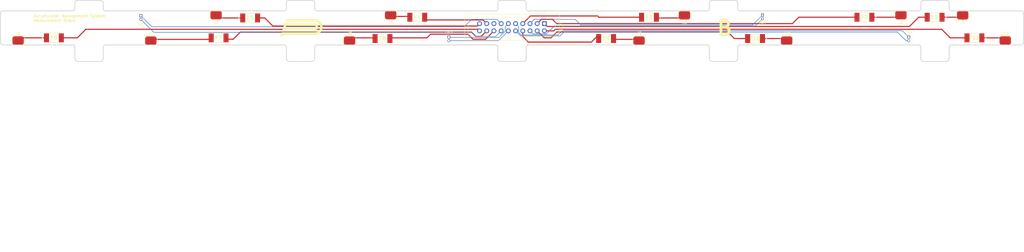
<source format=kicad_pcb>
(kicad_pcb (version 20221018) (generator pcbnew)
  (title_block (title "Accumulator Management System Measurement Board") (date "2023-08-12") (rev "${REVISION}") (company "Author: Bartłomiej Dymaczewski") (comment 1 "Reviewer:"))
  (layers (0 "F.Cu" signal) (31 "B.Cu" signal) (34 "B.Paste" user) (35 "F.Paste" user) (36 "B.SilkS" user "B.Silkscreen") (37 "F.SilkS" user "F.Silkscreen") (38 "B.Mask" user) (39 "F.Mask" user) (44 "Edge.Cuts" user))
  (property "REVISION" "1.0")
  (net 0 "")
  (net 1 "/C1-")
  (net 2 "/C1+")
  (net 3 "/C2+")
  (net 4 "/C3+")
  (net 5 "/C4+")
  (net 6 "/C5+")
  (net 7 "/C6+")
  (net 8 "/C7+")
  (net 9 "/C8+")
  (net 10 "/C9+")
  (net 11 "/C10+")
  (net 12 "/TH1+")
  (net 13 "/TH1-")
  (net 14 "/TH2+")
  (net 15 "/TH2-")
  (net 16 "/TH3+")
  (net 17 "/TH3-")
  (net 18 "/TH4+")
  (net 19 "/TH4-")
  (net 21 "Net-(J1-Pin_1)")
  (net 22 "Net-(J2-Pin_1)")
  (net 23 "Net-(J3-Pin_1)")
  (net 24 "Net-(J4-Pin_1)")
  (net 25 "Net-(J5-Pin_1)")
  (net 26 "Net-(J6-Pin_1)")
  (net 27 "Net-(J7-Pin_1)")
  (net 28 "Net-(J8-Pin_1)")
  (net 29 "Net-(J9-Pin_1)")
  (net 30 "Net-(J10-Pin_1)")
  (net 31 "Net-(J11-Pin_1)")
  (footprint "Cell Pad:CELL_PAD" (layer "F.Cu") (at 384 158.46 180)
    (fp_text reference "J11" (at 0 2.54) (layer "F.SilkS"))
    (fp_text value "CELL_PAD")
    (pad "1" smd roundrect (at 0 0 180) (size 4 3) (layers "F.Cu" "F.Paste" "F.Mask") (net 31 "Net-(J11-Pin_1)"))
  )
  (footprint "Connector_PinHeader_1.27mm:PinHeader_1x02_P1.27mm_Vertical" (layer "F.Cu") (at 79.5 149.73)
    (fp_text reference "TH2" (at 0 3.27) (layer "F.SilkS"))
    (fp_text value "B57861S0103F040")
    (pad "1" thru_hole rect (at 0 0) (size 1 1) (drill 0.65) (layers "*.Cu" "*.Mask") (net 14 "/TH2+"))
    (pad "2" thru_hole oval (at 0 1.27) (size 1 1) (drill 0.65) (layers "*.Cu" "*.Mask") (net 15 "/TH2-"))
  )
  (footprint "Connector_PinHeader_1.27mm:PinHeader_1x02_P1.27mm_Vertical" (layer "F.Cu") (at 350 157.23)
    (fp_text reference "TH4" (at 0 -1.695) (layer "F.SilkS"))
    (fp_text value "B57861S0103F040")
    (pad "1" thru_hole rect (at 0 0) (size 1 1) (drill 0.65) (layers "*.Cu" "*.Mask") (net 18 "/TH4+"))
    (pad "2" thru_hole oval (at 0 1.27) (size 1 1) (drill 0.65) (layers "*.Cu" "*.Mask") (net 19 "/TH4-"))
  )
  (footprint "Fuse:1812L010DR" (layer "F.Cu") (at 48.865 157.5)
    (fp_text reference "F6" (at 0 0) (layer "F.SilkS") (effects (font (size 1.27 1.27) (thickness 0.254))))
    (fp_text value "1812L010DR" hide)
    (pad "1" smd rect (at -2.615 0) (size 1.78 3.15) (layers "F.Cu" "F.Paste" "F.Mask") (net 26 "Net-(J6-Pin_1)"))
    (pad "2" smd rect (at 2.615 0) (size 1.78 3.15) (layers "F.Cu" "F.Paste" "F.Mask") (net 6 "/C5+"))
  )
  (footprint "Fuse:1812L010DR" (layer "F.Cu") (at 373.135 157.5 180)
    (fp_text reference "F11" (at 0 0 180) (layer "F.SilkS") (effects (font (size 1.27 1.27) (thickness 0.254))))
    (fp_text value "1812L010DR" hide)
    (pad "1" smd rect (at -2.615 0 180) (size 1.78 3.15) (layers "F.Cu" "F.Paste" "F.Mask") (net 31 "Net-(J11-Pin_1)"))
    (pad "2" smd rect (at 2.615 0 180) (size 1.78 3.15) (layers "F.Cu" "F.Paste" "F.Mask") (net 11 "/C10+"))
  )
  (footprint "Cell Pad:CELL_PAD" (layer "F.Cu") (at 307 158.5 180)
    (fp_text reference "J10" (at 0 2.54) (layer "F.SilkS"))
    (fp_text value "CELL_PAD")
    (pad "1" smd roundrect (at 0 0 180) (size 4 3) (layers "F.Cu" "F.Paste" "F.Mask") (net 30 "Net-(J10-Pin_1)"))
  )
  (footprint "Fuse:1812L010DR" (layer "F.Cu") (at 243.385 157.75 180)
    (fp_text reference "F9" (at 0 0 180) (layer "F.SilkS") (effects (font (size 1.27 1.27) (thickness 0.254))))
    (fp_text value "1812L010DR" hide)
    (pad "1" smd rect (at -2.615 0 180) (size 1.78 3.15) (layers "F.Cu" "F.Paste" "F.Mask") (net 29 "Net-(J9-Pin_1)"))
    (pad "2" smd rect (at 2.615 0 180) (size 1.78 3.15) (layers "F.Cu" "F.Paste" "F.Mask") (net 9 "/C8+"))
  )
  (footprint "Cell Pad:CELL_PAD" (layer "F.Cu") (at 167.5 149.5)
    (fp_text reference "J4" (at 0 2.54) (layer "F.SilkS"))
    (fp_text value "CELL_PAD")
    (pad "1" smd roundrect (at 0 0) (size 4 3) (layers "F.Cu" "F.Paste" "F.Mask") (net 24 "Net-(J4-Pin_1)"))
  )
  (footprint "Cell Pad:CELL_PAD" (layer "F.Cu") (at 36.25 158.46 180)
    (fp_text reference "J6" (at 0 2.54) (layer "F.SilkS"))
    (fp_text value "CELL_PAD")
    (pad "1" smd roundrect (at 0 0 180) (size 4 3) (layers "F.Cu" "F.Paste" "F.Mask") (net 26 "Net-(J6-Pin_1)"))
  )
  (footprint "Fuse:1812L010DR" (layer "F.Cu") (at 258.5 150.25 180)
    (fp_text reference "F3" (at 0 0 180) (layer "F.SilkS") (effects (font (size 1.27 1.27) (thickness 0.254))))
    (fp_text value "1812L010DR" hide)
    (pad "1" smd rect (at -2.615 0 180) (size 1.78 3.15) (layers "F.Cu" "F.Paste" "F.Mask") (net 23 "Net-(J3-Pin_1)"))
    (pad "2" smd rect (at 2.615 0 180) (size 1.78 3.15) (layers "F.Cu" "F.Paste" "F.Mask") (net 3 "/C2+"))
  )
  (footprint "Fuse:1812L010DR" (layer "F.Cu") (at 334.385 150.25 180)
    (fp_text reference "F2" (at 0 0 180) (layer "F.SilkS") (effects (font (size 1.27 1.27) (thickness 0.254))))
    (fp_text value "1812L010DR" hide)
    (pad "1" smd rect (at -2.615 0 180) (size 1.78 3.15) (layers "F.Cu" "F.Paste" "F.Mask") (net 22 "Net-(J2-Pin_1)"))
    (pad "2" smd rect (at 2.615 0 180) (size 1.78 3.15) (layers "F.Cu" "F.Paste" "F.Mask") (net 2 "/C1+"))
  )
  (footprint "Cell Pad:CELL_PAD" (layer "F.Cu") (at 106 149.5)
    (fp_text reference "J5" (at 0 2.54) (layer "F.SilkS"))
    (fp_text value "CELL_PAD")
    (pad "1" smd roundrect (at 0 0) (size 4 3) (layers "F.Cu" "F.Paste" "F.Mask") (net 25 "Net-(J5-Pin_1)"))
  )
  (footprint "Fuse:1812L010DR" (layer "F.Cu") (at 359.115 150.25 180)
    (fp_text reference "F1" (at 0 0 180) (layer "F.SilkS") (effects (font (size 1.27 1.27) (thickness 0.254))))
    (fp_text value "1812L010DR" hide)
    (pad "1" smd rect (at -2.615 0 180) (size 1.78 3.15) (layers "F.Cu" "F.Paste" "F.Mask") (net 21 "Net-(J1-Pin_1)"))
    (pad "2" smd rect (at 2.615 0 180) (size 1.78 3.15) (layers "F.Cu" "F.Paste" "F.Mask") (net 1 "/C1-"))
  )
  (footprint "Cell Pad:CELL_PAD" (layer "F.Cu") (at 369 149.54)
    (fp_text reference "J1" (at 0 2.54) (layer "F.SilkS"))
    (fp_text value "CELL_PAD")
    (pad "1" smd roundrect (at 0 0) (size 4 3) (layers "F.Cu" "F.Paste" "F.Mask") (net 21 "Net-(J1-Pin_1)"))
  )
  (footprint "Fuse:1812L010DR" (layer "F.Cu") (at 164.615 157.75)
    (fp_text reference "F8" (at 0 0) (layer "F.SilkS") (effects (font (size 1.27 1.27) (thickness 0.254))))
    (fp_text value "1812L010DR" hide)
    (pad "1" smd rect (at -2.615 0) (size 1.78 3.15) (layers "F.Cu" "F.Paste" "F.Mask") (net 28 "Net-(J8-Pin_1)"))
    (pad "2" smd rect (at 2.615 0) (size 1.78 3.15) (layers "F.Cu" "F.Paste" "F.Mask") (net 8 "/C7+"))
  )
  (footprint "Cell Pad:CELL_PAD" (layer "F.Cu") (at 153 158.5 180)
    (fp_text reference "J8" (at 0 2.54) (layer "F.SilkS"))
    (fp_text value "CELL_PAD")
    (pad "1" smd roundrect (at 0 0 180) (size 4 3) (layers "F.Cu" "F.Paste" "F.Mask") (net 28 "Net-(J8-Pin_1)"))
  )
  (footprint "Fuse:1812L010DR" (layer "F.Cu") (at 106.885 157.5)
    (fp_text reference "F7" (at 0 0) (layer "F.SilkS") (effects (font (size 1.27 1.27) (thickness 0.254))))
    (fp_text value "1812L010DR" hide)
    (pad "1" smd rect (at -2.615 0) (size 1.78 3.15) (layers "F.Cu" "F.Paste" "F.Mask") (net 27 "Net-(J7-Pin_1)"))
    (pad "2" smd rect (at 2.615 0) (size 1.78 3.15) (layers "F.Cu" "F.Paste" "F.Mask") (net 7 "/C6+"))
  )
  (footprint "Symbol:putm_15mm" (layer "F.Cu") (at 136 154)
    (fp_text reference "G***" hide)
    (fp_text value "LOGO" hide)
  )
  (footprint "Cell Pad:CELL_PAD" (layer "F.Cu") (at 347.25 149.5)
    (fp_text reference "J2" (at 0 2.54) (layer "F.SilkS"))
    (fp_text value "CELL_PAD")
    (pad "1" smd roundrect (at 0 0) (size 4 3) (layers "F.Cu" "F.Paste" "F.Mask") (net 22 "Net-(J2-Pin_1)"))
  )
  (footprint "Fuse:1812L010DR" (layer "F.Cu") (at 295.865 157.75 180)
    (fp_text reference "F10" (at 0 0 180) (layer "F.SilkS") (effects (font (size 1.27 1.27) (thickness 0.254))))
    (fp_text value "1812L010DR" hide)
    (pad "1" smd rect (at -2.615 0 180) (size 1.78 3.15) (layers "F.Cu" "F.Paste" "F.Mask") (net 30 "Net-(J10-Pin_1)"))
    (pad "2" smd rect (at 2.615 0 180) (size 1.78 3.15) (layers "F.Cu" "F.Paste" "F.Mask") (net 10 "/C9+"))
  )
  (footprint "Fuse:1812L010DR" (layer "F.Cu") (at 176.865 150.25)
    (fp_text reference "F4" (at 0 0) (layer "F.SilkS") (effects (font (size 1.27 1.27) (thickness 0.254))))
    (fp_text value "1812L010DR" hide)
    (pad "1" smd rect (at -2.615 0) (size 1.78 3.15) (layers "F.Cu" "F.Paste" "F.Mask") (net 24 "Net-(J4-Pin_1)"))
    (pad "2" smd rect (at 2.615 0) (size 1.78 3.15) (layers "F.Cu" "F.Paste" "F.Mask") (net 4 "/C3+"))
  )
  (footprint "Connector_PinHeader_1.27mm:PinHeader_1x02_P1.27mm_Vertical" (layer "F.Cu") (at 188 157.23)
    (fp_text reference "TH3" (at 0 -1.695) (layer "F.SilkS"))
    (fp_text value "B57861S0103F040")
    (pad "1" thru_hole rect (at 0 0) (size 1 1) (drill 0.65) (layers "*.Cu" "*.Mask") (net 16 "/TH3+"))
    (pad "2" thru_hole oval (at 0 1.27) (size 1 1) (drill 0.65) (layers "*.Cu" "*.Mask") (net 17 "/TH3-"))
  )
  (footprint "Connector_IDC:IDC-Header_2x10_P2.54mm_Vertical" (layer "F.Cu") (at 221.66 152.5 -90)
    (fp_text reference "J12" (at 1.27 -6.1 90) (layer "F.SilkS"))
    (fp_text value "Conn_02x10_Odd_Even")
    (pad "1" thru_hole roundrect (at 0 0 270) (size 1.7 1.7) (drill 1) (layers "*.Cu" "*.Mask") (roundrect_rratio 0.147059) (net 1 "/C1-"))
    (pad "2" thru_hole circle (at 2.54 0 270) (size 1.7 1.7) (drill 1) (layers "*.Cu" "*.Mask") (net 11 "/C10+"))
    (pad "3" thru_hole circle (at 0 2.54 270) (size 1.7 1.7) (drill 1) (layers "*.Cu" "*.Mask") (net 2 "/C1+"))
    (pad "4" thru_hole circle (at 2.54 2.54 270) (size 1.7 1.7) (drill 1) (layers "*.Cu" "*.Mask") (net 10 "/C9+"))
    (pad "5" thru_hole circle (at 0 5.08 270) (size 1.7 1.7) (drill 1) (layers "*.Cu" "*.Mask") (net 12 "/TH1+"))
    (pad "6" thru_hole circle (at 2.54 5.08 270) (size 1.7 1.7) (drill 1) (layers "*.Cu" "*.Mask") (net 13 "/TH1-"))
    (pad "7" thru_hole circle (at 0 7.62 270) (size 1.7 1.7) (drill 1) (layers "*.Cu" "*.Mask") (net 3 "/C2+"))
    (pad "8" thru_hole circle (at 2.54 7.62 270) (size 1.7 1.7) (drill 1) (layers "*.Cu" "*.Mask") (net 9 "/C8+"))
    (pad "9" thru_hole circle (at 0 10.16 270) (size 1.7 1.7) (drill 1) (layers "*.Cu" "*.Mask") (net 18 "/TH4+"))
    (pad "10" thru_hole circle (at 2.54 10.16 270) (size 1.7 1.7) (drill 1) (layers "*.Cu" "*.Mask") (net 19 "/TH4-"))
    (pad "11" thru_hole circle (at 0 12.7 270) (size 1.7 1.7) (drill 1) (layers "*.Cu" "*.Mask") (net 16 "/TH3+"))
    (pad "12" thru_hole circle (at 2.54 12.7 270) (size 1.7 1.7) (drill 1) (layers "*.Cu" "*.Mask") (net 17 "/TH3-"))
    (pad "13" thru_hole circle (at 0 15.24 270) (size 1.7 1.7) (drill 1) (layers "*.Cu" "*.Mask") (net 14 "/TH2+"))
    (pad "14" thru_hole circle (at 2.54 15.24 270) (size 1.7 1.7) (drill 1) (layers "*.Cu" "*.Mask") (net 15 "/TH2-"))
    (pad "15" thru_hole circle (at 0 17.78 270) (size 1.7 1.7) (drill 1) (layers "*.Cu" "*.Mask"))
    (pad "16" thru_hole circle (at 2.54 17.78 270) (size 1.7 1.7) (drill 1) (layers "*.Cu" "*.Mask") (net 8 "/C7+"))
    (pad "17" thru_hole circle (at 0 20.32 270) (size 1.7 1.7) (drill 1) (layers "*.Cu" "*.Mask") (net 4 "/C3+"))
    (pad "18" thru_hole circle (at 2.54 20.32 270) (size 1.7 1.7) (drill 1) (layers "*.Cu" "*.Mask") (net 7 "/C6+"))
    (pad "19" thru_hole circle (at 0 22.86 270) (size 1.7 1.7) (drill 1) (layers "*.Cu" "*.Mask") (net 5 "/C4+"))
    (pad "20" thru_hole circle (at 2.54 22.86 270) (size 1.7 1.7) (drill 1) (layers "*.Cu" "*.Mask") (net 6 "/C5+"))
  )
  (footprint "Cell Pad:CELL_PAD" (layer "F.Cu") (at 83 158.5 180)
    (fp_text reference "J7" (at 0 2.54) (layer "F.SilkS"))
    (fp_text value "CELL_PAD")
    (pad "1" smd roundrect (at 0 0 180) (size 4 3) (layers "F.Cu" "F.Paste" "F.Mask") (net 27 "Net-(J7-Pin_1)"))
  )
  (footprint "Connector_PinHeader_1.27mm:PinHeader_1x02_P1.27mm_Vertical" (layer "F.Cu") (at 298.5 149.5)
    (fp_text reference "TH1" (at 0 3) (layer "F.SilkS"))
    (fp_text value "B57861S0103F040")
    (pad "1" thru_hole rect (at 0 0) (size 1 1) (drill 0.65) (layers "*.Cu" "*.Mask") (net 12 "/TH1+"))
    (pad "2" thru_hole oval (at 0 1.27) (size 1 1) (drill 0.65) (layers "*.Cu" "*.Mask") (net 13 "/TH1-"))
  )
  (footprint "Cell Pad:CELL_PAD" (layer "F.Cu") (at 271 149.54)
    (fp_text reference "J3" (at 0 2.54) (layer "F.SilkS"))
    (fp_text value "CELL_PAD")
    (pad "1" smd roundrect (at 0 0) (size 4 3) (layers "F.Cu" "F.Paste" "F.Mask") (net 23 "Net-(J3-Pin_1)"))
  )
  (footprint "Fuse:1812L010DR" (layer "F.Cu") (at 118 150.5)
    (fp_text reference "F5" (at 0 0) (layer "F.SilkS") (effects (font (size 1.27 1.27) (thickness 0.254))))
    (fp_text value "1812L010DR" hide)
    (pad "1" smd rect (at -2.615 0) (size 1.78 3.15) (layers "F.Cu" "F.Paste" "F.Mask") (net 25 "Net-(J5-Pin_1)"))
    (pad "2" smd rect (at 2.615 0) (size 1.78 3.15) (layers "F.Cu" "F.Paste" "F.Mask") (net 5 "/C4+"))
  )
  (footprint "Cell Pad:CELL_PAD" (layer "F.Cu") (at 255 158.5 180)
    (fp_text reference "J9" (at 0 2.54) (layer "F.SilkS"))
    (fp_text value "CELL_PAD")
    (pad "1" smd roundrect (at 0 0 180) (size 4 3) (layers "F.Cu" "F.Paste" "F.Mask") (net 29 "Net-(J9-Pin_1)"))
  )
  (gr_line (start 31 148) (end 55.5 148) (stroke (width 0.25)) (layer "Edge.Cuts"))
  (gr_line (start 214.25 165.8) (end 206.25 165.8) (stroke (width 0.25)) (layer "Edge.Cuts"))
  (gr_line (start 130.75 147.25) (end 130.75 145.3) (stroke (width 0.25)) (layer "Edge.Cuts"))
  (gr_arc (start 279.75 147.25) (mid 279.53033 147.78033) (end 279 148) (stroke (width 0.25)) (layer "Edge.Cuts"))
  (gr_arc (start 131.75 165.8) (mid 131.042893 165.507107) (end 130.75 164.8) (stroke (width 0.25)) (layer "Edge.Cuts"))
  (gr_line (start 204.5 160) (end 141.5 160) (stroke (width 0.25)) (layer "Edge.Cuts"))
  (gr_line (start 289.75 145.3) (end 289.75 147.25) (stroke (width 0.25)) (layer "Edge.Cuts"))
  (gr_arc (start 216 148) (mid 215.46967 147.78033) (end 215.25 147.25) (stroke (width 0.25)) (layer "Edge.Cuts"))
  (gr_arc (start 56.25 147.25) (mid 56.03033 147.78033) (end 55.5 148) (stroke (width 0.25)) (layer "Edge.Cuts"))
  (gr_arc (start 130.75 147.25) (mid 130.53033 147.78033) (end 130 148) (stroke (width 0.25)) (layer "Edge.Cuts"))
  (gr_arc (start 289.75 164.8) (mid 289.457107 165.507107) (end 288.75 165.8) (stroke (width 0.25)) (layer "Edge.Cuts"))
  (gr_line (start 130.75 164.8) (end 130.75 160.75) (stroke (width 0.25)) (layer "Edge.Cuts"))
  (gr_arc (start 354.25 145.3) (mid 354.542893 144.592893) (end 355.25 144.3) (stroke (width 0.25)) (layer "Edge.Cuts"))
  (gr_arc (start 56.25 145.3) (mid 56.542893 144.592893) (end 57.25 144.3) (stroke (width 0.25)) (layer "Edge.Cuts"))
  (gr_arc (start 214.25 144.3) (mid 214.957107 144.592893) (end 215.25 145.3) (stroke (width 0.25)) (layer "Edge.Cuts"))
  (gr_line (start 353.5 160) (end 290.5 160) (stroke (width 0.25)) (layer "Edge.Cuts"))
  (gr_line (start 216 148) (end 279 148) (stroke (width 0.25)) (layer "Edge.Cuts"))
  (gr_arc (start 31 160) (mid 30.292893 159.707107) (end 30 159) (stroke (width 0.25)) (layer "Edge.Cuts"))
  (gr_arc (start 389.5 148) (mid 390.207107 148.292893) (end 390.5 149) (stroke (width 0.25)) (layer "Edge.Cuts"))
  (gr_arc (start 280.75 165.8) (mid 280.042893 165.507107) (end 279.75 164.8) (stroke (width 0.25)) (layer "Edge.Cuts"))
  (gr_line (start 66.25 160.75) (end 66.25 164.8) (stroke (width 0.25)) (layer "Edge.Cuts"))
  (gr_arc (start 290.5 148) (mid 289.96967 147.78033) (end 289.75 147.25) (stroke (width 0.25)) (layer "Edge.Cuts"))
  (gr_line (start 365 148) (end 389.5 148) (stroke (width 0.25)) (layer "Edge.Cuts"))
  (gr_line (start 205.25 147.25) (end 205.25 145.3) (stroke (width 0.25)) (layer "Edge.Cuts"))
  (gr_arc (start 66.25 164.8) (mid 65.957107 165.507107) (end 65.25 165.8) (stroke (width 0.25)) (layer "Edge.Cuts"))
  (gr_line (start 131.75 144.3) (end 139.75 144.3) (stroke (width 0.25)) (layer "Edge.Cuts"))
  (gr_arc (start 288.75 144.3) (mid 289.457107 144.592893) (end 289.75 145.3) (stroke (width 0.25)) (layer "Edge.Cuts"))
  (gr_line (start 67 148) (end 130 148) (stroke (width 0.25)) (layer "Edge.Cuts"))
  (gr_arc (start 363.25 144.3) (mid 363.957107 144.592893) (end 364.25 145.3) (stroke (width 0.25)) (layer "Edge.Cuts"))
  (gr_line (start 215.25 145.3) (end 215.25 147.25) (stroke (width 0.25)) (layer "Edge.Cuts"))
  (gr_line (start 215.25 160.75) (end 215.25 164.8) (stroke (width 0.25)) (layer "Edge.Cuts"))
  (gr_arc (start 30 149) (mid 30.292893 148.292893) (end 31 148) (stroke (width 0.25)) (layer "Edge.Cuts"))
  (gr_line (start 279.75 147.25) (end 279.75 145.3) (stroke (width 0.25)) (layer "Edge.Cuts"))
  (gr_line (start 140.75 160.75) (end 140.75 164.8) (stroke (width 0.25)) (layer "Edge.Cuts"))
  (gr_line (start 55.5 160) (end 31 160) (stroke (width 0.25)) (layer "Edge.Cuts"))
  (gr_arc (start 289.75 160.75) (mid 289.96967 160.21967) (end 290.5 160) (stroke (width 0.25)) (layer "Edge.Cuts"))
  (gr_arc (start 55.5 160) (mid 56.03033 160.21967) (end 56.25 160.75) (stroke (width 0.25)) (layer "Edge.Cuts"))
  (gr_line (start 354.25 164.8) (end 354.25 160.75) (stroke (width 0.25)) (layer "Edge.Cuts"))
  (gr_arc (start 355.25 165.8) (mid 354.542893 165.507107) (end 354.25 164.8) (stroke (width 0.25)) (layer "Edge.Cuts"))
  (gr_arc (start 65.25 144.3) (mid 65.957107 144.592893) (end 66.25 145.3) (stroke (width 0.25)) (layer "Edge.Cuts"))
  (gr_line (start 66.25 145.3) (end 66.25 147.25) (stroke (width 0.25)) (layer "Edge.Cuts"))
  (gr_line (start 279.75 164.8) (end 279.75 160.75) (stroke (width 0.25)) (layer "Edge.Cuts"))
  (gr_arc (start 215.25 164.8) (mid 214.957107 165.507107) (end 214.25 165.8) (stroke (width 0.25)) (layer "Edge.Cuts"))
  (gr_arc (start 205.25 145.3) (mid 205.542893 144.592893) (end 206.25 144.3) (stroke (width 0.25)) (layer "Edge.Cuts"))
  (gr_arc (start 67 148) (mid 66.46967 147.78033) (end 66.25 147.25) (stroke (width 0.25)) (layer "Edge.Cuts"))
  (gr_arc (start 364.25 164.8) (mid 363.957107 165.507107) (end 363.25 165.8) (stroke (width 0.25)) (layer "Edge.Cuts"))
  (gr_line (start 57.25 144.3) (end 65.25 144.3) (stroke (width 0.25)) (layer "Edge.Cuts"))
  (gr_arc (start 57.25 165.8) (mid 56.542893 165.507107) (end 56.25 164.8) (stroke (width 0.25)) (layer "Edge.Cuts"))
  (gr_line (start 390.5 149) (end 390.5 159) (stroke (width 0.25)) (layer "Edge.Cuts"))
  (gr_line (start 355.25 144.3) (end 363.25 144.3) (stroke (width 0.25)) (layer "Edge.Cuts"))
  (gr_arc (start 353.5 160) (mid 354.03033 160.21967) (end 354.25 160.75) (stroke (width 0.25)) (layer "Edge.Cuts"))
  (gr_arc (start 279.75 145.3) (mid 280.042893 144.592893) (end 280.75 144.3) (stroke (width 0.25)) (layer "Edge.Cuts"))
  (gr_arc (start 130 160) (mid 130.53033 160.21967) (end 130.75 160.75) (stroke (width 0.25)) (layer "Edge.Cuts"))
  (gr_line (start 65.25 165.8) (end 57.25 165.8) (stroke (width 0.25)) (layer "Edge.Cuts"))
  (gr_line (start 290.5 148) (end 353.5 148) (stroke (width 0.25)) (layer "Edge.Cuts"))
  (gr_line (start 139.75 165.8) (end 131.75 165.8) (stroke (width 0.25)) (layer "Edge.Cuts"))
  (gr_line (start 279 160) (end 216 160) (stroke (width 0.25)) (layer "Edge.Cuts"))
  (gr_line (start 56.25 147.25) (end 56.25 145.3) (stroke (width 0.25)) (layer "Edge.Cuts"))
  (gr_line (start 30 159) (end 30 149) (stroke (width 0.25)) (layer "Edge.Cuts"))
  (gr_arc (start 66.25 160.75) (mid 66.46967 160.21967) (end 67 160) (stroke (width 0.25)) (layer "Edge.Cuts"))
  (gr_line (start 205.25 164.8) (end 205.25 160.75) (stroke (width 0.25)) (layer "Edge.Cuts"))
  (gr_arc (start 139.75 144.3) (mid 140.457107 144.592893) (end 140.75 145.3) (stroke (width 0.25)) (layer "Edge.Cuts"))
  (gr_line (start 289.75 160.75) (end 289.75 164.8) (stroke (width 0.25)) (layer "Edge.Cuts"))
  (gr_line (start 364.25 160.75) (end 364.25 164.8) (stroke (width 0.25)) (layer "Edge.Cuts"))
  (gr_line (start 130 160) (end 67 160) (stroke (width 0.25)) (layer "Edge.Cuts"))
  (gr_arc (start 140.75 164.8) (mid 140.457107 165.507107) (end 139.75 165.8) (stroke (width 0.25)) (layer "Edge.Cuts"))
  (gr_arc (start 364.25 160.75) (mid 364.46967 160.21967) (end 365 160) (stroke (width 0.25)) (layer "Edge.Cuts"))
  (gr_arc (start 204.5 160) (mid 205.03033 160.21967) (end 205.25 160.75) (stroke (width 0.25)) (layer "Edge.Cuts"))
  (gr_arc (start 140.75 160.75) (mid 140.96967 160.21967) (end 141.5 160) (stroke (width 0.25)) (layer "Edge.Cuts"))
  (gr_line (start 288.75 165.8) (end 280.75 165.8) (stroke (width 0.25)) (layer "Edge.Cuts"))
  (gr_line (start 56.25 164.8) (end 56.25 160.75) (stroke (width 0.25)) (layer "Edge.Cuts"))
  (gr_line (start 389.5 160) (end 365 160) (stroke (width 0.25)) (layer "Edge.Cuts"))
  (gr_line (start 206.25 144.3) (end 214.25 144.3) (stroke (width 0.25)) (layer "Edge.Cuts"))
  (gr_arc (start 130.75 145.3) (mid 131.042893 144.592893) (end 131.75 144.3) (stroke (width 0.25)) (layer "Edge.Cuts"))
  (gr_arc (start 215.25 160.75) (mid 215.46967 160.21967) (end 216 160) (stroke (width 0.25)) (layer "Edge.Cuts"))
  (gr_arc (start 206.25 165.8) (mid 205.542893 165.507107) (end 205.25 164.8) (stroke (width 0.25)) (layer "Edge.Cuts"))
  (gr_line (start 140.75 145.3) (end 140.75 147.25) (stroke (width 0.25)) (layer "Edge.Cuts"))
  (gr_line (start 364.25 145.3) (end 364.25 147.25) (stroke (width 0.25)) (layer "Edge.Cuts"))
  (gr_arc (start 390.5 159) (mid 390.207107 159.707107) (end 389.5 160) (stroke (width 0.25)) (layer "Edge.Cuts"))
  (gr_line (start 363.25 165.8) (end 355.25 165.8) (stroke (width 0.25)) (layer "Edge.Cuts"))
  (gr_line (start 141.5 148) (end 204.5 148) (stroke (width 0.25)) (layer "Edge.Cuts"))
  (gr_arc (start 279 160) (mid 279.53033 160.21967) (end 279.75 160.75) (stroke (width 0.25)) (layer "Edge.Cuts"))
  (gr_arc (start 141.5 148) (mid 140.96967 147.78033) (end 140.75 147.25) (stroke (width 0.25)) (layer "Edge.Cuts"))
  (gr_arc (start 365 148) (mid 364.46967 147.78033) (end 364.25 147.25) (stroke (width 0.25)) (layer "Edge.Cuts"))
  (gr_arc (start 205.25 147.25) (mid 205.03033 147.78033) (end 204.5 148) (stroke (width 0.25)) (layer "Edge.Cuts"))
  (gr_line (start 280.75 144.3) (end 288.75 144.3) (stroke (width 0.25)) (layer "Edge.Cuts"))
  (gr_arc (start 354.25 147.25) (mid 354.03033 147.78033) (end 353.5 148) (stroke (width 0.25)) (layer "Edge.Cuts"))
  (gr_line (start 354.25 147.25) (end 354.25 145.3) (stroke (width 0.25)) (layer "Edge.Cuts"))
  (gr_text "B" (at 282 157) (layer "F.SilkS") (effects (font (size 5 5) (thickness 1) bold) (justify left bottom)))
  (gr_text "Accumulator Management System\nMeasurement Board" (at 41.5 152) (layer "F.SilkS") (effects (font (size 1 1) (thickness 0.2) bold) (justify left bottom)))
  (gr_text " " (at 38.75 219.019566) (layer "Edge.Cuts") (effects (font (size 4.83362 3.04518) (thickness 0.604202)) (justify left top)))
  (gr_text " " (at 38.75 226.269996) (layer "Edge.Cuts") (effects (font (size 4.83362 3.04518) (thickness 0.604202)) (justify left top)))
  (segment (start 222.66 153.5) (end 350.25 153.5) (width 0.4) (layer "F.Cu") (net 1))
  (segment (start 353.5 150.25) (end 350.25 153.5) (width 0.4) (layer "F.Cu") (net 1))
  (segment (start 221.66 152.5) (end 222.66 153.5) (width 0.4) (layer "F.Cu") (net 1))
  (segment (start 356.5 150.25) (end 353.5 150.25) (width 0.4) (layer "F.Cu") (net 1))
  (segment (start 220.62 151) (end 224.5 151) (width 0.4) (layer "F.Cu") (net 2))
  (segment (start 311.25 150.25) (end 331.77 150.25) (width 0.4) (layer "F.Cu") (net 2))
  (segment (start 219.12 152.5) (end 220.62 151) (width 0.4) (layer "F.Cu") (net 2))
  (segment (start 224.5 151) (end 226 152.5) (width 0.4) (layer "F.Cu") (net 2))
  (segment (start 309 152.5) (end 311.25 150.25) (width 0.4) (layer "F.Cu") (net 2))
  (segment (start 226 152.5) (end 309 152.5) (width 0.4) (layer "F.Cu") (net 2))
  (segment (start 240.85 150.25) (end 255.885 150.25) (width 0.4) (layer "F.Cu") (net 3))
  (segment (start 240.4 149.8) (end 240.85 150.25) (width 0.4) (layer "F.Cu") (net 3))
  (segment (start 216.74 149.8) (end 214.04 152.5) (width 0.4) (layer "F.Cu") (net 3))
  (segment (start 240.4 149.8) (end 216.74 149.8) (width 0.4) (layer "F.Cu") (net 3))
  (segment (start 200.04 151.2) (end 201.34 152.5) (width 0.4) (layer "F.Cu") (net 4))
  (segment (start 179.5 151.2) (end 200.04 151.2) (width 0.4) (layer "F.Cu") (net 4))
  (segment (start 197.95 153.35) (end 198.8 152.5) (width 0.4) (layer "F.Cu") (net 5))
  (segment (start 126 153.35) (end 197.95 153.35) (width 0.4) (layer "F.Cu") (net 5))
  (segment (start 123.15 150.5) (end 126 153.35) (width 0.4) (layer "F.Cu") (net 5))
  (segment (start 120.615 150.5) (end 123.15 150.5) (width 0.4) (layer "F.Cu") (net 5))
  (segment (start 51.27 158) (end 51.77 157.5) (width 0.4) (layer "F.Cu") (net 6))
  (segment (start 60.1 154.5) (end 57.1 157.5) (width 0.4) (layer "F.Cu") (net 6))
  (segment (start 60.1 154.5) (end 198.26 154.5) (width 0.4) (layer "F.Cu") (net 6))
  (segment (start 198.26 154.5) (end 198.8 155.04) (width 0.4) (layer "F.Cu") (net 6))
  (segment (start 57.1 157.5) (end 51.48 157.5) (width 0.4) (layer "F.Cu") (net 6))
  (segment (start 112 158) (end 114.5 155.5) (width 0.4) (layer "F.Cu") (net 7))
  (segment (start 197.5 157) (end 199 157) (width 0.4) (layer "F.Cu") (net 7))
  (segment (start 201.34 155.04) (end 199.38 157) (width 0.4) (layer "F.Cu") (net 7))
  (segment (start 199.38 157) (end 199 157) (width 0.4) (layer "F.Cu") (net 7))
  (segment (start 109.6 158) (end 112 158) (width 0.4) (layer "F.Cu") (net 7))
  (segment (start 196 155.5) (end 197.5 157) (width 0.4) (layer "F.Cu") (net 7))
  (segment (start 114.5 155.5) (end 196 155.5) (width 0.4) (layer "F.Cu") (net 7))
  (segment (start 203.88 155.04) (end 200.92 158) (width 0.4) (layer "F.Cu") (net 8))
  (segment (start 181.56 156.24) (end 180.3 157.5) (width 0.4) (layer "F.Cu") (net 8))
  (segment (start 200.92 158) (end 196.5 158) (width 0.4) (layer "F.Cu") (net 8))
  (segment (start 180.3 157.5) (end 167.23 157.5) (width 0.4) (layer "F.Cu") (net 8))
  (segment (start 194.74 156.24) (end 181.56 156.24) (width 0.4) (layer "F.Cu") (net 8))
  (segment (start 196.5 158) (end 194.74 156.24) (width 0.4) (layer "F.Cu") (net 8))
  (segment (start 238.2 159) (end 216 159) (width 0.4) (layer "F.Cu") (net 9))
  (segment (start 214.04 157.04) (end 214.04 155.04) (width 0.4) (layer "F.Cu") (net 9))
  (segment (start 216 159) (end 214.04 157.04) (width 0.4) (layer "F.Cu") (net 9))
  (segment (start 240.4 156.8) (end 238.2 159) (width 0.4) (layer "F.Cu") (net 9))
  (segment (start 293.25 157.75) (end 288.555 157.75) (width 0.4) (layer "F.Cu") (net 10))
  (segment (start 224 157.5) (end 222 157.5) (width 0.4) (layer "F.Cu") (net 10))
  (segment (start 219.12 155.04) (end 221.58 157.5) (width 0.4) (layer "F.Cu") (net 10))
  (segment (start 221.58 157.5) (end 222 157.5) (width 0.4) (layer "F.Cu") (net 10))
  (segment (start 288.555 157.75) (end 286.25 155.445) (width 0.4) (layer "F.Cu") (net 10))
  (segment (start 286.25 155.445) (end 226.055 155.445) (width 0.4) (layer "F.Cu") (net 10))
  (segment (start 226.055 155.445) (end 224 157.5) (width 0.4) (layer "F.Cu") (net 10))
  (segment (start 224.96 155.04) (end 225.5 154.5) (width 0.4) (layer "F.Cu") (net 11))
  (segment (start 361.6 154.5) (end 364.6 157.5) (width 0.4) (layer "F.Cu") (net 11))
  (segment (start 221.66 155.04) (end 224.96 155.04) (width 0.4) (layer "F.Cu") (net 11))
  (segment (start 364.6 157.5) (end 370.52 157.5) (width 0.4) (layer "F.Cu") (net 11))
  (segment (start 225.5 154.5) (end 361.6 154.5) (width 0.4) (layer "F.Cu") (net 11))
  (segment (start 218.08 151) (end 216.58 152.5) (width 0.2) (layer "B.Cu") (net 12))
  (segment (start 295 153) (end 234.5 153) (width 0.2) (layer "B.Cu") (net 12))
  (segment (start 232.5 151) (end 218.08 151) (width 0.2) (layer "B.Cu") (net 12))
  (segment (start 298.5 149.5) (end 295 153) (width 0.2) (layer "B.Cu") (net 12))
  (segment (start 234.5 153) (end 232.5 151) (width 0.2) (layer "B.Cu") (net 12))
  (segment (start 222.36 156.14) (end 217.68 156.14) (width 0.2) (layer "B.Cu") (net 13))
  (segment (start 217.68 156.14) (end 216.58 155.04) (width 0.2) (layer "B.Cu") (net 13))
  (segment (start 298.5 150.77) (end 295.92 153.35) (width 0.2) (layer "B.Cu") (net 13))
  (segment (start 225.15 153.35) (end 222.36 156.14) (width 0.2) (layer "B.Cu") (net 13))
  (segment (start 295.92 153.35) (end 225.15 153.35) (width 0.2) (layer "B.Cu") (net 13))
  (segment (start 204.92 151) (end 206.42 152.5) (width 0.2) (layer "B.Cu") (net 14))
  (segment (start 196 151) (end 204.92 151) (width 0.2) (layer "B.Cu") (net 14))
  (segment (start 79.5 149.73) (end 83.37 153.6) (width 0.2) (layer "B.Cu") (net 14))
  (segment (start 83.37 153.6) (end 193.4 153.6) (width 0.2) (layer "B.Cu") (net 14))
  (segment (start 193.4 153.6) (end 196 151) (width 0.2) (layer "B.Cu") (net 14))
  (segment (start 196.045 155.545) (end 197.5 157) (width 0.2) (layer "B.Cu") (net 15))
  (segment (start 79.5 151) (end 84.045 155.545) (width 0.2) (layer "B.Cu") (net 15))
  (segment (start 204.5 157) (end 204.5 156.96) (width 0.2) (layer "B.Cu") (net 15))
  (segment (start 197.5 157) (end 204.5 157) (width 0.2) (layer "B.Cu") (net 15))
  (segment (start 204.5 156.96) (end 206.42 155.04) (width 0.2) (layer "B.Cu") (net 15))
  (segment (start 84.045 155.545) (end 196.045 155.545) (width 0.2) (layer "B.Cu") (net 15))
  (segment (start 188 157.23) (end 188.12 157.35) (width 0.2) (layer "B.Cu") (net 16))
  (segment (start 205.665635 157.35) (end 207.86 155.155635) (width 0.2) (layer "B.Cu") (net 16))
  (segment (start 207.86 153.6) (end 208.96 152.5) (width 0.2) (layer "B.Cu") (net 16))
  (segment (start 207.86 155.155635) (end 207.86 153.6) (width 0.2) (layer "B.Cu") (net 16))
  (segment (start 188.12 157.35) (end 205.665635 157.35) (width 0.2) (layer "B.Cu") (net 16))
  (segment (start 188 158.5) (end 205.5 158.5) (width 0.2) (layer "B.Cu") (net 17))
  (segment (start 205.5 158.5) (end 208.96 155.04) (width 0.2) (layer "B.Cu") (net 17))
  (segment (start 226.51 156.49) (end 213.49 156.49) (width 0.2) (layer "B.Cu") (net 18))
  (segment (start 213.49 156.49) (end 212.6 155.6) (width 0.2) (layer "B.Cu") (net 18))
  (segment (start 347.77 155) (end 228 155) (width 0.2) (layer "B.Cu") (net 18))
  (segment (start 212.6 153.6) (end 211.5 152.5) (width 0.2) (layer "B.Cu") (net 18))
  (segment (start 350 157.23) (end 347.77 155) (width 0.2) (layer "B.Cu") (net 18))
  (segment (start 212.6 155.6) (end 212.6 153.6) (width 0.2) (layer "B.Cu") (net 18))
  (segment (start 228 155) (end 226.51 156.49) (width 0.2) (layer "B.Cu") (net 18))
  (segment (start 349 158.5) (end 346 155.5) (width 0.2) (layer "B.Cu") (net 19))
  (segment (start 228.5 155.5) (end 227.16 156.84) (width 0.2) (layer "B.Cu") (net 19))
  (segment (start 213.3 156.84) (end 211.5 155.04) (width 0.2) (layer "B.Cu") (net 19))
  (segment (start 346 155.5) (end 228.5 155.5) (width 0.2) (layer "B.Cu") (net 19))
  (segment (start 227.16 156.84) (end 213.3 156.84) (width 0.2) (layer "B.Cu") (net 19))
  (segment (start 350 158.5) (end 349 158.5) (width 0.2) (layer "B.Cu") (net 19))
  (segment (start 368.29 150.25) (end 361.73 150.25) (width 0.4) (layer "F.Cu") (net 21))
  (segment (start 369 149.54) (end 368.29 150.25) (width 0.4) (layer "F.Cu") (net 21))
  (segment (start 370 150) (end 369 151) (width 0.4) (layer "F.Cu") (net 21))
  (segment (start 369 149.54) (end 368.71 149.25) (width 0.4) (layer "F.Cu") (net 21))
  (segment (start 337 150.25) (end 346.5 150.25) (width 0.4) (layer "F.Cu") (net 22))
  (segment (start 346.5 150.25) (end 347.25 149.5) (width 0.4) (layer "F.Cu") (net 22))
  (segment (start 270.04 150.5) (end 271 149.54) (width 0.4) (layer "F.Cu") (net 23))
  (segment (start 261.115 150.5) (end 270.04 150.5) (width 0.4) (layer "F.Cu") (net 23))
  (segment (start 174.36 149.96) (end 174.4 150) (width 0.4) (layer "F.Cu") (net 24))
  (segment (start 167.5 149.96) (end 174.36 149.96) (width 0.4) (layer "F.Cu") (net 24))
  (segment (start 107 150.5) (end 106 149.5) (width 0.4) (layer "F.Cu") (net 25))
  (segment (start 115.385 150.5) (end 107 150.5) (width 0.4) (layer "F.Cu") (net 25))
  (segment (start 104.34 149.96) (end 104.5 149.8) (width 0.4) (layer "F.Cu") (net 25))
  (segment (start 46.25 157.5) (end 37.21 157.5) (width 0.4) (layer "F.Cu") (net 26))
  (segment (start 37.21 157.5) (end 36.25 158.46) (width 0.4) (layer "F.Cu") (net 26))
  (segment (start 104.27 157.5) (end 103.73 158.04) (width 0.4) (layer "F.Cu") (net 27))
  (segment (start 83.46 158.04) (end 83 158.5) (width 0.4) (layer "F.Cu") (net 27))
  (segment (start 103.73 158.04) (end 83.46 158.04) (width 0.4) (layer "F.Cu") (net 27))
  (segment (start 154 157.5) (end 153 158.5) (width 0.4) (layer "F.Cu") (net 28))
  (segment (start 162 157.5) (end 154 157.5) (width 0.4) (layer "F.Cu") (net 28))
  (segment (start 254.54 158.04) (end 255 158.5) (width 0.4) (layer "F.Cu") (net 29))
  (segment (start 245.5 158) (end 245.54 158.04) (width 0.4) (layer "F.Cu") (net 29))
  (segment (start 245.54 158.04) (end 254.54 158.04) (width 0.4) (layer "F.Cu") (net 29))
  (segment (start 307 158.5) (end 306.25 157.75) (width 0.4) (layer "F.Cu") (net 30))
  (segment (start 306.25 157.75) (end 298.48 157.75) (width 0.4) (layer "F.Cu") (net 30))
  (segment (start 375.75 157.5) (end 383.04 157.5) (width 0.4) (layer "F.Cu") (net 31))
  (segment (start 383.04 157.5) (end 384 158.46) (width 0.4) (layer "F.Cu") (net 31))
)
</source>
